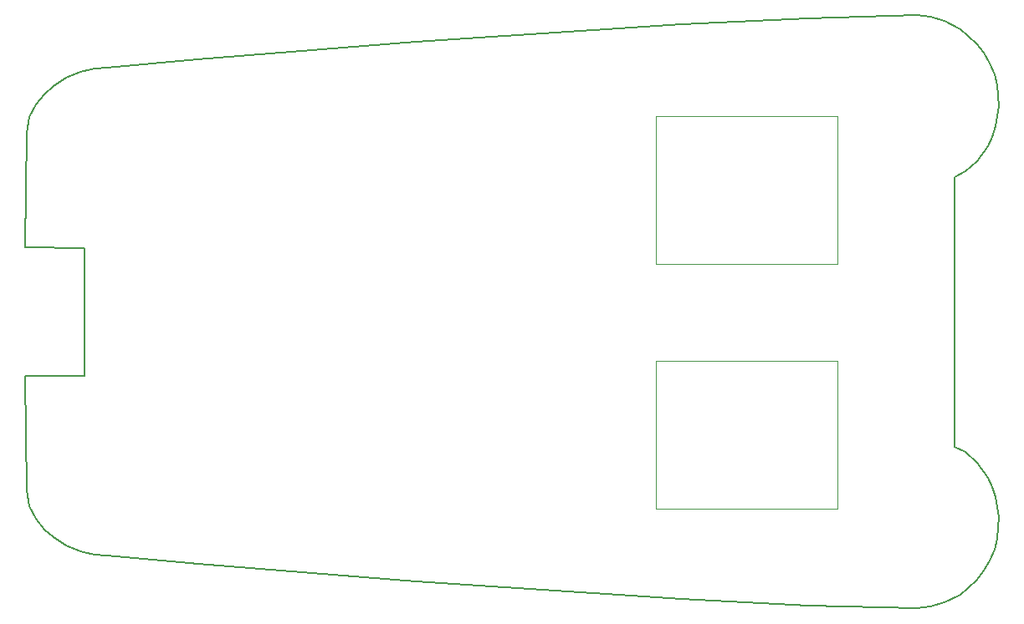
<source format=gbr>
%TF.GenerationSoftware,KiCad,Pcbnew,(6.0.2)*%
%TF.CreationDate,2022-05-16T22:42:21-04:00*%
%TF.ProjectId,Running MicroBug,52756e6e-696e-4672-904d-6963726f4275,0*%
%TF.SameCoordinates,Original*%
%TF.FileFunction,Profile,NP*%
%FSLAX46Y46*%
G04 Gerber Fmt 4.6, Leading zero omitted, Abs format (unit mm)*
G04 Created by KiCad (PCBNEW (6.0.2)) date 2022-05-16 22:42:21*
%MOMM*%
%LPD*%
G01*
G04 APERTURE LIST*
%TA.AperFunction,Profile*%
%ADD10C,0.200000*%
%TD*%
%TA.AperFunction,Profile*%
%ADD11C,0.120000*%
%TD*%
G04 APERTURE END LIST*
D10*
X124780133Y-80892690D02*
X124780600Y-93837000D01*
X118774513Y-80866490D02*
X124780133Y-80892690D01*
X118887450Y-69233990D02*
X118774513Y-80866490D01*
X119186031Y-67645930D02*
X118887450Y-69233990D01*
X119858156Y-66348836D02*
X119186031Y-67645930D01*
X120728508Y-65306076D02*
X119858156Y-66348836D01*
X121621770Y-64481020D02*
X120728508Y-65306076D01*
X122911130Y-63636233D02*
X121621770Y-64481020D01*
X124349155Y-63072806D02*
X122911130Y-63636233D01*
X125772773Y-62750026D02*
X124349155Y-63072806D01*
X127018910Y-62627180D02*
X125772773Y-62750026D01*
X136229179Y-61819300D02*
X127018910Y-62627180D01*
X158287135Y-60042534D02*
X136229179Y-61819300D01*
X185216004Y-58232383D02*
X158287135Y-60042534D01*
X198014288Y-57607133D02*
X185216004Y-58232383D01*
X209039010Y-57324350D02*
X198014288Y-57607133D01*
X210375803Y-57479795D02*
X209039010Y-57324350D01*
X211822297Y-57882558D02*
X210375803Y-57479795D01*
X213366595Y-58710769D02*
X211822297Y-57882558D01*
X214996800Y-60142560D02*
X213366595Y-58710769D01*
X215793367Y-61136704D02*
X214996800Y-60142560D01*
X216403773Y-62184633D02*
X215793367Y-61136704D01*
X216843031Y-63267537D02*
X216403773Y-62184633D01*
X217126156Y-64366608D02*
X216843031Y-63267537D01*
X217284061Y-66538011D02*
X217126156Y-64366608D01*
X216997600Y-68548370D02*
X217284061Y-66538011D01*
X216655493Y-69612835D02*
X216997600Y-68548370D01*
X216208681Y-70555015D02*
X216655493Y-69612835D01*
X215109655Y-72076443D02*
X216208681Y-70555015D01*
X213917952Y-73120491D02*
X215109655Y-72076443D01*
X212851000Y-73695000D02*
X213917952Y-73120491D01*
X212851467Y-101034690D02*
X212851000Y-73695000D01*
X213918419Y-101609198D02*
X212851467Y-101034690D01*
X215110122Y-102653243D02*
X213918419Y-101609198D01*
X216209148Y-104174666D02*
X215110122Y-102653243D01*
X216655960Y-105116846D02*
X216209148Y-104174666D01*
X216998067Y-106181310D02*
X216655960Y-105116846D01*
X217284528Y-108191674D02*
X216998067Y-106181310D01*
X217126623Y-110363076D02*
X217284528Y-108191674D01*
X216843498Y-111462145D02*
X217126623Y-110363076D01*
X216404240Y-112545048D02*
X216843498Y-111462145D01*
X215793834Y-113592976D02*
X216404240Y-112545048D01*
X214997267Y-114587120D02*
X215793834Y-113592976D01*
X213367062Y-116018911D02*
X214997267Y-114587120D01*
X211822765Y-116847124D02*
X213367062Y-116018911D01*
X210376270Y-117249890D02*
X211822765Y-116847124D01*
X209039477Y-117405340D02*
X210376270Y-117249890D01*
X198017443Y-117122558D02*
X209039477Y-117405340D01*
X185225686Y-116497311D02*
X198017443Y-117122558D01*
X158312177Y-114687168D02*
X185225686Y-116497311D01*
X136257293Y-112910403D02*
X158312177Y-114687168D01*
X127019377Y-112102510D02*
X136257293Y-112910403D01*
X125773245Y-111979664D02*
X127019377Y-112102510D01*
X124349629Y-111656884D02*
X125773245Y-111979664D01*
X122911603Y-111093457D02*
X124349629Y-111656884D01*
X121622237Y-110248670D02*
X122911603Y-111093457D01*
X120728975Y-109423614D02*
X121622237Y-110248670D01*
X119858623Y-108380854D02*
X120728975Y-109423614D01*
X119186498Y-107083760D02*
X119858623Y-108380854D01*
X118887917Y-105495700D02*
X119186498Y-107083760D01*
X118774980Y-93863200D02*
X118887917Y-105495700D01*
X124780600Y-93837000D02*
X118774980Y-93863200D01*
D11*
%TO.C,M2*%
X200970000Y-107322000D02*
X200970000Y-92322000D01*
X182570000Y-107322000D02*
X200970000Y-107322000D01*
X182570000Y-107322000D02*
X182570000Y-92322000D01*
X182570000Y-92322000D02*
X200970000Y-92322000D01*
%TO.C,M1*%
X200970000Y-82503000D02*
X182570000Y-82503000D01*
X200970000Y-67503000D02*
X182570000Y-67503000D01*
X200970000Y-67503000D02*
X200970000Y-82503000D01*
X182570000Y-67503000D02*
X182570000Y-82503000D01*
%TD*%
M02*

</source>
